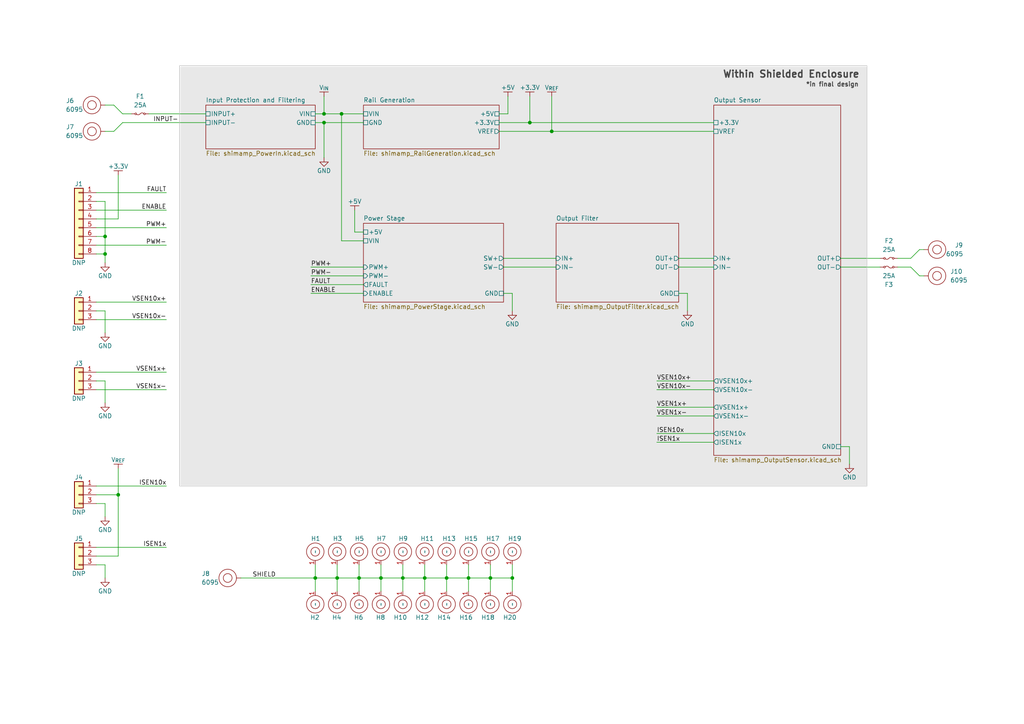
<source format=kicad_sch>
(kicad_sch (version 20230121) (generator eeschema)
  (paper "A4")
  (title_block (title "Shim Amplifier Prototype") (date "2023-08-01") (rev "A.1") (company "Ishaan Govindarajan"))
  (lib_symbols
    (symbol "Connector_Generic:Conn_01x03" (pin_names (offset 1.016) hide)
      (property "Reference" "J" (at 0 5.08 0))
      (property "Value" "Conn_01x03" (at 0 -5.08 0))
      (symbol "Conn_01x03_1_1"
        (rectangle (start -1.27 -2.413) (end 0 -2.667) (stroke (width 0.1524)))
        (rectangle (start -1.27 0.127) (end 0 -0.127) (stroke (width 0.1524)))
        (rectangle (start -1.27 2.667) (end 0 2.413) (stroke (width 0.1524)))
        (rectangle (start -1.27 3.81) (end 1.27 -3.81) (stroke (width 0.254)) (fill (type background)))
        (pin passive line (at -5.08 2.54 0) (length 3.81) (name "Pin_1") (number "1"))
        (pin passive line (at -5.08 0 0) (length 3.81) (name "Pin_2") (number "2"))
        (pin passive line (at -5.08 -2.54 0) (length 3.81) (name "Pin_3") (number "3"))
      )
    )
    (symbol "Connector_Generic:Conn_01x08" (pin_names (offset 1.016) hide)
      (property "Reference" "J" (at 0 10.16 0))
      (property "Value" "Conn_01x08" (at 0 -12.7 0))
      (symbol "Conn_01x08_1_1"
        (rectangle (start -1.27 -10.033) (end 0 -10.287) (stroke (width 0.1524)))
        (rectangle (start -1.27 -7.493) (end 0 -7.747) (stroke (width 0.1524)))
        (rectangle (start -1.27 -4.953) (end 0 -5.207) (stroke (width 0.1524)))
        (rectangle (start -1.27 -2.413) (end 0 -2.667) (stroke (width 0.1524)))
        (rectangle (start -1.27 0.127) (end 0 -0.127) (stroke (width 0.1524)))
        (rectangle (start -1.27 2.667) (end 0 2.413) (stroke (width 0.1524)))
        (rectangle (start -1.27 5.207) (end 0 4.953) (stroke (width 0.1524)))
        (rectangle (start -1.27 7.747) (end 0 7.493) (stroke (width 0.1524)))
        (rectangle (start -1.27 8.89) (end 1.27 -11.43) (stroke (width 0.254)) (fill (type background)))
        (pin passive line (at -5.08 7.62 0) (length 3.81) (name "Pin_1") (number "1"))
        (pin passive line (at -5.08 5.08 0) (length 3.81) (name "Pin_2") (number "2"))
        (pin passive line (at -5.08 2.54 0) (length 3.81) (name "Pin_3") (number "3"))
        (pin passive line (at -5.08 0 0) (length 3.81) (name "Pin_4") (number "4"))
        (pin passive line (at -5.08 -2.54 0) (length 3.81) (name "Pin_5") (number "5"))
        (pin passive line (at -5.08 -5.08 0) (length 3.81) (name "Pin_6") (number "6"))
        (pin passive line (at -5.08 -7.62 0) (length 3.81) (name "Pin_7") (number "7"))
        (pin passive line (at -5.08 -10.16 0) (length 3.81) (name "Pin_8") (number "8"))
      )
    )
    (symbol "Custom-CircuitProtection:0685H9250-01" (pin_numbers hide) (pin_names (offset 0.254) hide)
      (property "Reference" "F" (at 0 -1.524 0))
      (property "Value" "25A" (at 0 1.524 0))
      (symbol "0685H9250-01_0_1"
        (circle (center -1.27 0) (radius 0.254))
        (arc (start -1.016 -0.127) (mid -0.4817 -0.2737) (end 0 0))
        (arc (start 1.016 0.127) (mid 0.4818 0.2727) (end 0 0))
        (circle (center 1.27 0) (radius 0.254))
      )
      (symbol "0685H9250-01_1_1"
        (pin passive line (at -2.54 0 0) (length 0.9525) (name "~") (number "1"))
        (pin passive line (at 2.54 0 180) (length 0.9525) (name "~") (number "2"))
      )
    )
    (symbol "Custom-Connector:KEYSTONE-6095"
      (property "Reference" "J" (at -2.54 2.54 0))
      (property "Value" "6095" (at 0 -3.81 0))
      (symbol "KEYSTONE-6095_0_1"
        (circle (center 0 0) (radius 1.27))
        (circle (center 0 0) (radius 2.54))
      )
      (symbol "KEYSTONE-6095_1_1"
        (pin passive line (at -3.81 0 0) (length 1.27) (name "") (number "1"))
      )
    )
    (symbol "Custom-Mechanical:PTH" (in_bom no)
      (property "Reference" "H" (at 0 3.81 0))
      (symbol "PTH_0_1"
        (circle (center 0 0) (radius 1.27))
        (circle (center 0 0) (radius 2.54))
      )
      (symbol "PTH_1_1"
        (pin input line (at 3.81 0 180) (length 1.25) (name "") (number "1"))
      )
    )
    (symbol "Custom-PwrSym:+3.3V" (power) (pin_names (offset 0))
      (property "Value" "+3.3V" (at 0 2.54 0))
      (symbol "+3.3V_0_1"
        (polyline (pts (xy -1.27 1.27) (xy 1.27 1.27)))
        (polyline (pts (xy 0 0) (xy 0 1.27)))
      )
      (symbol "+3.3V_1_1"
        (pin power_in line (at 0 0 90) (length 0) hide (name "+3.3V") (number "1"))
      )
    )
    (symbol "Custom-PwrSym:+5V" (power) (pin_names (offset 0))
      (property "Value" "+5V" (at 0 2.54 0))
      (symbol "+5V_0_1"
        (polyline (pts (xy -1.27 1.27) (xy 1.27 1.27)))
        (polyline (pts (xy 0 0) (xy 0 1.27)))
      )
      (symbol "+5V_1_1"
        (pin power_in line (at 0 0 90) (length 0) hide (name "+5V") (number "1"))
      )
    )
    (symbol "Custom-PwrSym:VIN" (power) (pin_names (offset 0))
      (property "Value" "V_{IN}" (at 0 2.54 0))
      (symbol "VIN_0_1"
        (polyline (pts (xy -1.27 1.27) (xy 1.27 1.27)))
        (polyline (pts (xy 0 0) (xy 0 1.27)))
      )
      (symbol "VIN_1_1"
        (pin power_in line (at 0 0 90) (length 0) hide (name "V_{IN}") (number "1"))
      )
    )
    (symbol "Custom-PwrSym:VREF" (power) (pin_names (offset 0))
      (property "Value" "V_{REF}" (at 0 2.54 0))
      (symbol "VREF_0_1"
        (polyline (pts (xy -1.27 1.27) (xy 1.27 1.27)))
        (polyline (pts (xy 0 0) (xy 0 1.27)))
      )
      (symbol "VREF_1_1"
        (pin power_in line (at 0 0 90) (length 0) hide (name "V_{REF}") (number "1"))
      )
    )
    (symbol "power:GND" (power) (pin_names (offset 0))
      (property "Value" "GND" (at 0 -3.81 0))
      (symbol "GND_0_1"
        (polyline (pts (xy 0 0) (xy 0 -1.27) (xy 1.27 -1.27) (xy 0 -2.54) (xy -1.27 -1.27) (xy 0 -1.27)))
      )
      (symbol "GND_1_1"
        (pin power_in line (at 0 0 270) (length 0) hide (name "GND") (number "1"))
      )
    )
  )
  (junction (at 34.29 143.51))
  (junction (at 30.48 73.66))
  (junction (at 123.19 167.64))
  (junction (at 104.14 167.64))
  (junction (at 99.06 33.02))
  (junction (at 129.54 167.64))
  (junction (at 91.44 167.64))
  (junction (at 148.59 167.64))
  (junction (at 30.48 68.58))
  (junction (at 110.49 167.64))
  (junction (at 135.89 167.64))
  (junction (at 116.84 167.64))
  (junction (at 93.98 33.02))
  (junction (at 160.02 38.1))
  (junction (at 93.98 35.56))
  (junction (at 153.67 35.56))
  (junction (at 142.24 167.64))
  (junction (at 97.79 167.64))
  (wire (pts (xy 243.84 74.93) (xy 255.27 74.93)))
  (wire (pts (xy 196.85 77.47) (xy 207.01 77.47)))
  (wire (pts (xy 34.29 143.51) (xy 34.29 135.89)))
  (wire (pts (xy 91.44 33.02) (xy 93.98 33.02)))
  (wire (pts (xy 33.02 38.1) (xy 35.56 35.56)))
  (wire (pts (xy 144.78 33.02) (xy 147.32 33.02)))
  (wire (pts (xy 146.05 85.09) (xy 148.59 85.09)))
  (wire (pts (xy 97.79 167.64) (xy 97.79 171.45)))
  (wire (pts (xy 27.94 107.95) (xy 48.26 107.95)))
  (wire (pts (xy 199.39 85.09) (xy 199.39 90.17)))
  (wire (pts (xy 160.02 27.94) (xy 160.02 38.1)))
  (wire (pts (xy 196.85 74.93) (xy 207.01 74.93)))
  (wire (pts (xy 99.06 33.02) (xy 105.41 33.02)))
  (wire (pts (xy 110.49 167.64) (xy 116.84 167.64)))
  (wire (pts (xy 260.35 74.93) (xy 264.16 74.93)))
  (wire (pts (xy 30.48 163.83) (xy 30.48 167.64)))
  (wire (pts (xy 207.01 128.27) (xy 190.5 128.27)))
  (wire (pts (xy 153.67 27.94) (xy 153.67 35.56)))
  (wire (pts (xy 27.94 55.88) (xy 48.26 55.88)))
  (wire (pts (xy 30.48 110.49) (xy 30.48 116.84)))
  (wire (pts (xy 93.98 27.94) (xy 93.98 33.02)))
  (wire (pts (xy 27.94 140.97) (xy 48.26 140.97)))
  (wire (pts (xy 35.56 33.02) (xy 38.1 33.02)))
  (wire (pts (xy 196.85 85.09) (xy 199.39 85.09)))
  (wire (pts (xy 105.41 69.85) (xy 99.06 69.85)))
  (wire (pts (xy 104.14 167.64) (xy 110.49 167.64)))
  (wire (pts (xy 99.06 69.85) (xy 99.06 33.02)))
  (wire (pts (xy 123.19 167.64) (xy 129.54 167.64)))
  (wire (pts (xy 266.7 80.01) (xy 267.97 80.01)))
  (wire (pts (xy 91.44 167.64) (xy 97.79 167.64)))
  (wire (pts (xy 135.89 167.64) (xy 135.89 171.45)))
  (wire (pts (xy 160.02 38.1) (xy 207.01 38.1)))
  (wire (pts (xy 207.01 125.73) (xy 190.5 125.73)))
  (wire (pts (xy 207.01 120.65) (xy 190.5 120.65)))
  (wire (pts (xy 104.14 163.83) (xy 104.14 167.64)))
  (wire (pts (xy 135.89 167.64) (xy 142.24 167.64)))
  (wire (pts (xy 129.54 167.64) (xy 135.89 167.64)))
  (wire (pts (xy 27.94 110.49) (xy 30.48 110.49)))
  (wire (pts (xy 27.94 68.58) (xy 30.48 68.58)))
  (wire (pts (xy 27.94 63.5) (xy 34.29 63.5)))
  (wire (pts (xy 91.44 167.64) (xy 91.44 171.45)))
  (wire (pts (xy 146.05 74.93) (xy 161.29 74.93)))
  (wire (pts (xy 135.89 163.83) (xy 135.89 167.64)))
  (wire (pts (xy 30.48 38.1) (xy 33.02 38.1)))
  (wire (pts (xy 27.94 92.71) (xy 48.26 92.71)))
  (wire (pts (xy 27.94 158.75) (xy 48.26 158.75)))
  (wire (pts (xy 27.94 71.12) (xy 48.26 71.12)))
  (wire (pts (xy 116.84 167.64) (xy 123.19 167.64)))
  (wire (pts (xy 30.48 68.58) (xy 30.48 73.66)))
  (wire (pts (xy 97.79 167.64) (xy 104.14 167.64)))
  (wire (pts (xy 243.84 129.54) (xy 246.38 129.54)))
  (wire (pts (xy 153.67 35.56) (xy 207.01 35.56)))
  (wire (pts (xy 123.19 163.83) (xy 123.19 167.64)))
  (wire (pts (xy 30.48 146.05) (xy 30.48 149.86)))
  (wire (pts (xy 147.32 33.02) (xy 147.32 27.94)))
  (wire (pts (xy 35.56 33.02) (xy 33.02 30.48)))
  (wire (pts (xy 116.84 167.64) (xy 116.84 171.45)))
  (wire (pts (xy 93.98 35.56) (xy 105.41 35.56)))
  (wire (pts (xy 93.98 33.02) (xy 99.06 33.02)))
  (wire (pts (xy 90.17 85.09) (xy 105.41 85.09)))
  (wire (pts (xy 27.94 58.42) (xy 30.48 58.42)))
  (wire (pts (xy 91.44 35.56) (xy 93.98 35.56)))
  (wire (pts (xy 102.87 67.31) (xy 105.41 67.31)))
  (wire (pts (xy 93.98 35.56) (xy 93.98 45.72)))
  (wire (pts (xy 207.01 110.49) (xy 190.5 110.49)))
  (wire (pts (xy 110.49 163.83) (xy 110.49 167.64)))
  (wire (pts (xy 142.24 167.64) (xy 148.59 167.64)))
  (wire (pts (xy 267.97 72.39) (xy 266.7 72.39)))
  (wire (pts (xy 142.24 163.83) (xy 142.24 167.64)))
  (wire (pts (xy 129.54 163.83) (xy 129.54 167.64)))
  (wire (pts (xy 104.14 167.64) (xy 104.14 171.45)))
  (wire (pts (xy 27.94 73.66) (xy 30.48 73.66)))
  (wire (pts (xy 27.94 161.29) (xy 34.29 161.29)))
  (wire (pts (xy 144.78 35.56) (xy 153.67 35.56)))
  (wire (pts (xy 260.35 77.47) (xy 264.16 77.47)))
  (wire (pts (xy 27.94 60.96) (xy 48.26 60.96)))
  (wire (pts (xy 110.49 167.64) (xy 110.49 171.45)))
  (wire (pts (xy 34.29 50.8) (xy 34.29 63.5)))
  (wire (pts (xy 30.48 73.66) (xy 30.48 76.2)))
  (wire (pts (xy 142.24 167.64) (xy 142.24 171.45)))
  (wire (pts (xy 207.01 113.03) (xy 190.5 113.03)))
  (wire (pts (xy 97.79 163.83) (xy 97.79 167.64)))
  (wire (pts (xy 129.54 167.64) (xy 129.54 171.45)))
  (wire (pts (xy 264.16 77.47) (xy 266.7 80.01)))
  (wire (pts (xy 264.16 74.93) (xy 266.7 72.39)))
  (wire (pts (xy 91.44 163.83) (xy 91.44 167.64)))
  (wire (pts (xy 148.59 167.64) (xy 148.59 171.45)))
  (wire (pts (xy 35.56 35.56) (xy 59.69 35.56)))
  (wire (pts (xy 90.17 77.47) (xy 105.41 77.47)))
  (wire (pts (xy 30.48 90.17) (xy 30.48 96.52)))
  (wire (pts (xy 27.94 90.17) (xy 30.48 90.17)))
  (wire (pts (xy 69.85 167.64) (xy 91.44 167.64)))
  (wire (pts (xy 90.17 82.55) (xy 105.41 82.55)))
  (wire (pts (xy 243.84 77.47) (xy 255.27 77.47)))
  (wire (pts (xy 27.94 146.05) (xy 30.48 146.05)))
  (wire (pts (xy 34.29 161.29) (xy 34.29 143.51)))
  (wire (pts (xy 146.05 77.47) (xy 161.29 77.47)))
  (wire (pts (xy 246.38 129.54) (xy 246.38 134.62)))
  (wire (pts (xy 148.59 163.83) (xy 148.59 167.64)))
  (wire (pts (xy 27.94 87.63) (xy 48.26 87.63)))
  (wire (pts (xy 90.17 80.01) (xy 105.41 80.01)))
  (wire (pts (xy 102.87 60.96) (xy 102.87 67.31)))
  (wire (pts (xy 27.94 66.04) (xy 48.26 66.04)))
  (wire (pts (xy 123.19 167.64) (xy 123.19 171.45)))
  (wire (pts (xy 207.01 118.11) (xy 190.5 118.11)))
  (wire (pts (xy 43.18 33.02) (xy 59.69 33.02)))
  (wire (pts (xy 27.94 113.03) (xy 48.26 113.03)))
  (wire (pts (xy 30.48 58.42) (xy 30.48 68.58)))
  (wire (pts (xy 27.94 143.51) (xy 34.29 143.51)))
  (wire (pts (xy 116.84 163.83) (xy 116.84 167.64)))
  (wire (pts (xy 27.94 163.83) (xy 30.48 163.83)))
  (wire (pts (xy 144.78 38.1) (xy 160.02 38.1)))
  (wire (pts (xy 148.59 85.09) (xy 148.59 90.17)))
  (wire (pts (xy 30.48 30.48) (xy 33.02 30.48)))
  (rectangle (start 52.07 19.05) (end 251.46 140.97) (stroke (width 0) (color 194 194 194 1)) (fill (type color) (color 232 232 232 1)))
  (text "*in final design" (at 233.68 25.4 0) (effects (font (size 1.27 1.27) (thickness 0.254) bold) (justify left bottom)))
  (text "Within Shielded Enclosure" (at 209.55 22.86 0) (effects (font (size 2 2) (thickness 0.4) bold) (justify left bottom)))
  (label "VSEN10x-" (at 48.26 92.71 180))
  (label "VSEN1x+" (at 48.26 107.95 180))
  (label "ISEN1x" (at 48.26 158.75 180))
  (label "ISEN10x" (at 48.26 140.97 180))
  (label "VSEN10x+" (at 190.5 110.49 0))
  (label "FAULT" (at 48.26 55.88 180))
  (label "ISEN10x" (at 190.5 125.73 0))
  (label "VSEN10x+" (at 48.26 87.63 180))
  (label "VSEN10x-" (at 190.5 113.03 0))
  (label "PWM+" (at 90.17 77.47 0))
  (label "SHIELD" (at 80.01 167.64 180))
  (label "PWM-" (at 90.17 80.01 0))
  (label "VSEN1x+" (at 190.5 118.11 0))
  (label "ENABLE" (at 90.17 85.09 0))
  (label "VSEN1x-" (at 48.26 113.03 180))
  (label "PWM+" (at 48.26 66.04 180))
  (label "INPUT-" (at 44.45 35.56 0))
  (label "FAULT" (at 90.17 82.55 0))
  (label "PWM-" (at 48.26 71.12 180))
  (label "ISEN1x" (at 190.5 128.27 0))
  (label "ENABLE" (at 48.26 60.96 180))
  (label "VSEN1x-" (at 190.5 120.65 0))
  (symbol (lib_id "Connector_Generic:Conn_01x03") (at 22.86 143.51 0) (mirror y) (unit 1)
    (property "Reference" "J4" (at 22.86 138.43 0))
    (property "Value" "DNP" (at 22.86 148.59 0))
    (property "Footprint" "Connector_PinHeader_2.54mm:PinHeader_1x03_P2.54mm_Vertical" (effects hide))
  )
  (symbol (lib_id "Custom-PwrSym:VIN") (at 93.98 27.94 0) (unit 1)
    (property "Reference" "#PWR08" (effects hide))
    (property "Value" "V_{IN}" (at 93.98 25.4 0))
  )
  (symbol (lib_id "Custom-Mechanical:PTH") (at 142.24 160.02 270) (unit 1) (in_bom no)
    (property "Reference" "H17" (at 140.97 156.21 90) (effects (justify left)))
    (property "Value" "~" (at 142.24 160.02 0))
    (property "Footprint" "Custom-Mechanical:MountingHole-3mm_small_annulus" (effects hide))
  )
  (symbol (lib_id "Connector_Generic:Conn_01x03") (at 22.86 90.17 0) (mirror y) (unit 1)
    (property "Reference" "J2" (at 22.86 85.09 0))
    (property "Value" "DNP" (at 22.86 95.25 0))
    (property "Footprint" "Connector_PinHeader_2.54mm:PinHeader_1x03_P2.54mm_Vertical" (effects hide))
  )
  (symbol (lib_id "Custom-Mechanical:PTH") (at 116.84 175.26 90) (unit 1) (in_bom no)
    (property "Reference" "H10" (at 118.11 179.07 90) (effects (justify left)))
    (property "Value" "~" (at 116.84 175.26 0))
    (property "Footprint" "Custom-Mechanical:MountingHole-3mm_small_annulus" (effects hide))
  )
  (symbol (lib_id "power:GND") (at 199.39 90.17 0) (unit 1)
    (property "Reference" "#PWR015" (effects hide))
    (property "Value" "GND" (at 199.39 93.98 0))
  )
  (symbol (lib_id "Custom-PwrSym:+5V") (at 102.87 60.96 0) (unit 1)
    (property "Reference" "#PWR010" (effects hide))
    (property "Value" "+5V" (at 102.87 58.42 0))
  )
  (symbol (lib_id "Custom-Mechanical:PTH") (at 142.24 175.26 90) (unit 1) (in_bom no)
    (property "Reference" "H18" (at 143.51 179.07 90) (effects (justify left)))
    (property "Value" "~" (at 142.24 175.26 0))
    (property "Footprint" "Custom-Mechanical:MountingHole-3mm_small_annulus" (effects hide))
  )
  (symbol (lib_id "Connector_Generic:Conn_01x08") (at 22.86 63.5 0) (mirror y) (unit 1)
    (property "Reference" "J1" (at 22.86 53.34 0))
    (property "Value" "DNP" (at 22.86 76.2 0))
    (property "Footprint" "Connector_PinHeader_2.54mm:PinHeader_1x08_P2.54mm_Vertical" (effects hide))
  )
  (symbol (lib_id "Custom-Mechanical:PTH") (at 104.14 160.02 270) (unit 1) (in_bom no)
    (property "Reference" "H5" (at 102.87 156.21 90) (effects (justify left)))
    (property "Value" "~" (at 104.14 160.02 0))
    (property "Footprint" "Custom-Mechanical:MountingHole-3mm_small_annulus" (effects hide))
  )
  (symbol (lib_id "Custom-Connector:KEYSTONE-6095") (at 26.67 38.1 0) (mirror y) (unit 1)
    (property "Reference" "J7" (at 20.32 36.83 0))
    (property "Value" "6095" (at 21.59 39.37 0))
    (property "Footprint" "Custom-Electromechanical:Keystone 6095" (effects hide))
    (property "Datasheet" "https://www.keyelco.com/userAssets/file/M65p111.pdf" (effects hide))
    (property "Manufacturer" "Keystone Electronics" (effects hide))
    (property "Part Number" "6095" (effects hide))
  )
  (symbol (lib_id "Custom-PwrSym:+3.3V") (at 34.29 50.8 0) (unit 1)
    (property "Reference" "#PWR06" (effects hide))
    (property "Value" "+3.3V" (at 34.29 48.26 0))
  )
  (symbol (lib_id "Custom-Mechanical:PTH") (at 129.54 175.26 90) (unit 1) (in_bom no)
    (property "Reference" "H14" (at 130.81 179.07 90) (effects (justify left)))
    (property "Value" "~" (at 129.54 175.26 0))
    (property "Footprint" "Custom-Mechanical:MountingHole-3mm_small_annulus" (effects hide))
  )
  (symbol (lib_id "Custom-PwrSym:+3.3V") (at 153.67 27.94 0) (unit 1)
    (property "Reference" "#PWR013" (effects hide))
    (property "Value" "+3.3V" (at 153.67 25.4 0))
  )
  (symbol (lib_id "power:GND") (at 148.59 90.17 0) (unit 1)
    (property "Reference" "#PWR012" (effects hide))
    (property "Value" "GND" (at 148.59 93.98 0))
  )
  (symbol (lib_id "Custom-CircuitProtection:0685H9250-01") (at 40.64 33.02 0) (unit 1)
    (property "Reference" "F1" (at 40.64 27.94 0))
    (property "Value" "25A" (at 40.64 30.48 0))
    (property "Footprint" "Fuse:Fuse_1206_3216Metric_Pad1.42x1.75mm_HandSolder" (effects hide))
    (property "Datasheet" "https://www.belfuse.com/resources/datasheets/circuitprotection/ds-cp-c1h-series.pdf" (effects hide))
    (property "Manufacturer" "Bel Fuse Inc." (effects hide))
    (property "Part Number" "0685H9250-01" (effects hide))
  )
  (symbol (lib_id "Custom-Mechanical:PTH") (at 91.44 175.26 90) (unit 1) (in_bom no)
    (property "Reference" "H2" (at 92.71 179.07 90) (effects (justify left)))
    (property "Value" "~" (at 91.44 175.26 0))
    (property "Footprint" "Custom-Mechanical:MountingHole-3mm_small_annulus" (effects hide))
  )
  (symbol (lib_id "power:GND") (at 30.48 149.86 0) (unit 1)
    (property "Reference" "#PWR04" (effects hide))
    (property "Value" "GND" (at 30.48 153.67 0))
  )
  (symbol (lib_id "Custom-Connector:KEYSTONE-6095") (at 271.78 72.39 0) (unit 1)
    (property "Reference" "J9" (at 278.13 71.12 0))
    (property "Value" "6095" (at 276.86 73.66 0))
    (property "Footprint" "Custom-Electromechanical:Keystone 6095" (effects hide))
    (property "Datasheet" "https://www.keyelco.com/userAssets/file/M65p111.pdf" (effects hide))
    (property "Manufacturer" "Keystone Electronics" (effects hide))
    (property "Part Number" "6095" (effects hide))
  )
  (symbol (lib_id "Custom-Mechanical:PTH") (at 104.14 175.26 90) (unit 1) (in_bom no)
    (property "Reference" "H6" (at 105.41 179.07 90) (effects (justify left)))
    (property "Value" "~" (at 104.14 175.26 0))
    (property "Footprint" "Custom-Mechanical:MountingHole-3mm_small_annulus" (effects hide))
  )
  (symbol (lib_id "Custom-Mechanical:PTH") (at 123.19 160.02 270) (unit 1) (in_bom no)
    (property "Reference" "H11" (at 121.92 156.21 90) (effects (justify left)))
    (property "Value" "~" (at 123.19 160.02 0))
    (property "Footprint" "Custom-Mechanical:MountingHole-3mm_small_annulus" (effects hide))
  )
  (symbol (lib_id "power:GND") (at 30.48 96.52 0) (unit 1)
    (property "Reference" "#PWR02" (effects hide))
    (property "Value" "GND" (at 30.48 100.33 0))
  )
  (symbol (lib_id "power:GND") (at 246.38 134.62 0) (unit 1)
    (property "Reference" "#PWR016" (effects hide))
    (property "Value" "GND" (at 246.38 138.43 0))
  )
  (symbol (lib_id "Custom-Mechanical:PTH") (at 116.84 160.02 270) (unit 1) (in_bom no)
    (property "Reference" "H9" (at 115.57 156.21 90) (effects (justify left)))
    (property "Value" "~" (at 116.84 160.02 0))
    (property "Footprint" "Custom-Mechanical:MountingHole-3mm_small_annulus" (effects hide))
  )
  (symbol (lib_id "Custom-PwrSym:+5V") (at 147.32 27.94 0) (unit 1)
    (property "Reference" "#PWR011" (effects hide))
    (property "Value" "+5V" (at 147.32 25.4 0))
  )
  (symbol (lib_id "Custom-Connector:KEYSTONE-6095") (at 66.04 167.64 0) (mirror y) (unit 1)
    (property "Reference" "J8" (at 59.69 166.37 0))
    (property "Value" "6095" (at 60.96 168.91 0))
    (property "Footprint" "Custom-Electromechanical:Keystone 6095" (effects hide))
    (property "Datasheet" "https://www.keyelco.com/userAssets/file/M65p111.pdf" (effects hide))
    (property "Manufacturer" "Keystone Electronics" (effects hide))
    (property "Part Number" "6095" (effects hide))
  )
  (symbol (lib_id "Custom-Mechanical:PTH") (at 110.49 175.26 90) (unit 1) (in_bom no)
    (property "Reference" "H8" (at 111.76 179.07 90) (effects (justify left)))
    (property "Value" "~" (at 110.49 175.26 0))
    (property "Footprint" "Custom-Mechanical:MountingHole-3mm_small_annulus" (effects hide))
  )
  (symbol (lib_id "Custom-Connector:KEYSTONE-6095") (at 271.78 80.01 0) (unit 1)
    (property "Reference" "J10" (at 275.59 78.74 0) (effects (justify left)))
    (property "Value" "6095" (at 275.59 81.28 0) (effects (justify left)))
    (property "Footprint" "Custom-Electromechanical:Keystone 6095" (effects hide))
    (property "Datasheet" "https://www.keyelco.com/userAssets/file/M65p111.pdf" (effects hide))
    (property "Manufacturer" "Keystone Electronics" (effects hide))
    (property "Part Number" "6095" (effects hide))
  )
  (symbol (lib_id "Custom-Mechanical:PTH") (at 148.59 160.02 270) (unit 1) (in_bom no)
    (property "Reference" "H19" (at 147.32 156.21 90) (effects (justify left)))
    (property "Value" "~" (at 148.59 160.02 0))
    (property "Footprint" "Custom-Mechanical:MountingHole-3mm_small_annulus" (effects hide))
  )
  (symbol (lib_id "Custom-Mechanical:PTH") (at 110.49 160.02 270) (unit 1) (in_bom no)
    (property "Reference" "H7" (at 109.22 156.21 90) (effects (justify left)))
    (property "Value" "~" (at 110.49 160.02 0))
    (property "Footprint" "Custom-Mechanical:MountingHole-3mm_small_annulus" (effects hide))
  )
  (symbol (lib_id "Custom-Mechanical:PTH") (at 148.59 175.26 90) (unit 1) (in_bom no)
    (property "Reference" "H20" (at 149.86 179.07 90) (effects (justify left)))
    (property "Value" "~" (at 148.59 175.26 0))
    (property "Footprint" "Custom-Mechanical:MountingHole-3mm_small_annulus" (effects hide))
  )
  (symbol (lib_id "Custom-CircuitProtection:0685H9250-01") (at 257.81 74.93 0) (unit 1)
    (property "Reference" "F2" (at 257.81 69.85 0))
    (property "Value" "25A" (at 257.81 72.39 0))
    (property "Footprint" "Fuse:Fuse_1206_3216Metric_Pad1.42x1.75mm_HandSolder" (effects hide))
    (property "Datasheet" "https://www.belfuse.com/resources/datasheets/circuitprotection/ds-cp-c1h-series.pdf" (effects hide))
    (property "Manufacturer" "Bel Fuse Inc." (effects hide))
    (property "Part Number" "0685H9250-01" (effects hide))
  )
  (symbol (lib_id "Custom-Mechanical:PTH") (at 135.89 160.02 270) (unit 1) (in_bom no)
    (property "Reference" "H15" (at 134.62 156.21 90) (effects (justify left)))
    (property "Value" "~" (at 135.89 160.02 0))
    (property "Footprint" "Custom-Mechanical:MountingHole-3mm_small_annulus" (effects hide))
  )
  (symbol (lib_id "Custom-Mechanical:PTH") (at 129.54 160.02 270) (unit 1) (in_bom no)
    (property "Reference" "H13" (at 128.27 156.21 90) (effects (justify left)))
    (property "Value" "~" (at 129.54 160.02 0))
    (property "Footprint" "Custom-Mechanical:MountingHole-3mm_small_annulus" (effects hide))
  )
  (symbol (lib_id "Custom-CircuitProtection:0685H9250-01") (at 257.81 77.47 0) (mirror x) (unit 1)
    (property "Reference" "F3" (at 257.81 82.55 0))
    (property "Value" "25A" (at 257.81 80.01 0))
    (property "Footprint" "Fuse:Fuse_1206_3216Metric_Pad1.42x1.75mm_HandSolder" (effects hide))
    (property "Datasheet" "https://www.belfuse.com/resources/datasheets/circuitprotection/ds-cp-c1h-series.pdf" (effects hide))
    (property "Manufacturer" "Bel Fuse Inc." (effects hide))
    (property "Part Number" "0685H9250-01" (effects hide))
  )
  (symbol (lib_id "Custom-Connector:KEYSTONE-6095") (at 26.67 30.48 0) (mirror y) (unit 1)
    (property "Reference" "J6" (at 20.32 29.21 0))
    (property "Value" "6095" (at 21.59 31.75 0))
    (property "Footprint" "Custom-Electromechanical:Keystone 6095" (effects hide))
    (property "Datasheet" "https://www.keyelco.com/userAssets/file/M65p111.pdf" (effects hide))
    (property "Manufacturer" "Keystone Electronics" (effects hide))
    (property "Part Number" "6095" (effects hide))
  )
  (symbol (lib_id "Custom-Mechanical:PTH") (at 91.44 160.02 270) (unit 1) (in_bom no)
    (property "Reference" "H1" (at 90.17 156.21 90) (effects (justify left)))
    (property "Value" "~" (at 91.44 160.02 0))
    (property "Footprint" "Custom-Mechanical:MountingHole-3mm_small_annulus" (effects hide))
  )
  (symbol (lib_id "Custom-PwrSym:VREF") (at 34.29 135.89 0) (unit 1)
    (property "Reference" "#PWR07" (effects hide))
    (property "Value" "V_{REF}" (at 34.29 133.35 0))
  )
  (symbol (lib_id "power:GND") (at 93.98 45.72 0) (unit 1)
    (property "Reference" "#PWR09" (effects hide))
    (property "Value" "GND" (at 93.98 49.53 0))
  )
  (symbol (lib_id "Custom-Mechanical:PTH") (at 123.19 175.26 90) (unit 1) (in_bom no)
    (property "Reference" "H12" (at 124.46 179.07 90) (effects (justify left)))
    (property "Value" "~" (at 123.19 175.26 0))
    (property "Footprint" "Custom-Mechanical:MountingHole-3mm_small_annulus" (effects hide))
  )
  (symbol (lib_id "Connector_Generic:Conn_01x03") (at 22.86 161.29 0) (mirror y) (unit 1)
    (property "Reference" "J5" (at 22.86 156.21 0))
    (property "Value" "DNP" (at 22.86 166.37 0))
    (property "Footprint" "Connector_PinHeader_2.54mm:PinHeader_1x03_P2.54mm_Vertical" (effects hide))
  )
  (symbol (lib_id "Custom-PwrSym:VREF") (at 160.02 27.94 0) (unit 1)
    (property "Reference" "#PWR014" (effects hide))
    (property "Value" "V_{REF}" (at 160.02 25.4 0))
  )
  (symbol (lib_id "Connector_Generic:Conn_01x03") (at 22.86 110.49 0) (mirror y) (unit 1)
    (property "Reference" "J3" (at 22.86 105.41 0))
    (property "Value" "DNP" (at 22.86 115.57 0))
    (property "Footprint" "Connector_PinHeader_2.54mm:PinHeader_1x03_P2.54mm_Vertical" (effects hide))
  )
  (symbol (lib_id "power:GND") (at 30.48 76.2 0) (unit 1)
    (property "Reference" "#PWR01" (effects hide))
    (property "Value" "GND" (at 30.48 80.01 0))
  )
  (symbol (lib_id "Custom-Mechanical:PTH") (at 135.89 175.26 90) (unit 1) (in_bom no)
    (property "Reference" "H16" (at 137.16 179.07 90) (effects (justify left)))
    (property "Value" "~" (at 135.89 175.26 0))
    (property "Footprint" "Custom-Mechanical:MountingHole-3mm_small_annulus" (effects hide))
  )
  (symbol (lib_id "Custom-Mechanical:PTH") (at 97.79 160.02 270) (unit 1) (in_bom no)
    (property "Reference" "H3" (at 96.52 156.21 90) (effects (justify left)))
    (property "Value" "~" (at 97.79 160.02 0))
    (property "Footprint" "Custom-Mechanical:MountingHole-3mm_small_annulus" (effects hide))
  )
  (symbol (lib_id "Custom-Mechanical:PTH") (at 97.79 175.26 90) (unit 1) (in_bom no)
    (property "Reference" "H4" (at 99.06 179.07 90) (effects (justify left)))
    (property "Value" "~" (at 97.79 175.26 0))
    (property "Footprint" "Custom-Mechanical:MountingHole-3mm_small_annulus" (effects hide))
  )
  (symbol (lib_id "power:GND") (at 30.48 167.64 0) (unit 1)
    (property "Reference" "#PWR05" (effects hide))
    (property "Value" "GND" (at 30.48 171.45 0))
  )
  (symbol (lib_id "power:GND") (at 30.48 116.84 0) (unit 1)
    (property "Reference" "#PWR03" (effects hide))
    (property "Value" "GND" (at 30.48 120.65 0))
  )
  (sheet (at 105.41 64.77) (size 40.64 22.86) (stroke (width 0.1524)) (fill (color 255 255 194 1.0000))
    (property "Sheetname" "Power Stage" (at 105.41 64.0584 0) (effects (justify left bottom)))
    (property "Sheetfile" "shimamp_PowerStage.kicad_sch" (at 105.41 88.2146 0) (effects (justify left top)))
    (pin "ENABLE" input (at 105.41 85.09 180))
    (pin "FAULT" output (at 105.41 82.55 180))
    (pin "PWM-" input (at 105.41 80.01 180))
    (pin "PWM+" input (at 105.41 77.47 180))
    (pin "+5V" passive (at 105.41 67.31 180))
    (pin "VIN" passive (at 105.41 69.85 180))
    (pin "GND" passive (at 146.05 85.09 0))
    (pin "SW-" output (at 146.05 77.47 0))
    (pin "SW+" output (at 146.05 74.93 0))
  )
  (sheet (at 105.41 30.48) (size 39.37 12.7) (stroke (width 0.1524)) (fill (color 255 255 194 1.0000))
    (property "Sheetname" "Rail Generation" (at 105.41 29.7684 0) (effects (justify left bottom)))
    (property "Sheetfile" "shimamp_RailGeneration.kicad_sch" (at 105.41 43.7646 0) (effects (justify left top)))
    (pin "GND" passive (at 105.41 35.56 180))
    (pin "VREF" output (at 144.78 38.1 0))
    (pin "+5V" passive (at 144.78 33.02 0))
    (pin "+3.3V" passive (at 144.78 35.56 0))
    (pin "VIN" passive (at 105.41 33.02 180))
  )
  (sheet (at 207.01 30.48) (size 36.83 101.6) (stroke (width 0.1524)) (fill (color 255 255 194 1.0000))
    (property "Sheetname" "Output Sensor" (at 207.01 29.7684 0) (effects (justify left bottom)))
    (property "Sheetfile" "shimamp_OutputSensor.kicad_sch" (at 207.01 132.6646 0) (effects (justify left top)))
    (pin "+3.3V" passive (at 207.01 35.56 180))
    (pin "GND" passive (at 243.84 129.54 0))
    (pin "IN+" input (at 207.01 74.93 180))
    (pin "IN-" input (at 207.01 77.47 180))
    (pin "OUT+" output (at 243.84 74.93 0))
    (pin "VREF" passive (at 207.01 38.1 180))
    (pin "VSEN1x+" output (at 207.01 118.11 180))
    (pin "VSEN1x-" output (at 207.01 120.65 180))
    (pin "VSEN10x+" output (at 207.01 110.49 180))
    (pin "VSEN10x-" output (at 207.01 113.03 180))
    (pin "ISEN1x" output (at 207.01 128.27 180))
    (pin "ISEN10x" output (at 207.01 125.73 180))
    (pin "OUT-" output (at 243.84 77.47 0))
  )
  (sheet (at 59.69 30.48) (size 31.75 12.7) (stroke (width 0.1524)) (fill (color 255 255 194 1.0000))
    (property "Sheetname" "Input Protection and Filtering" (at 59.69 29.7684 0) (effects (justify left bottom)))
    (property "Sheetfile" "shimamp_PowerIn.kicad_sch" (at 59.69 43.7646 0) (effects (justify left top)))
    (pin "GND" passive (at 91.44 35.56 0))
    (pin "VIN" passive (at 91.44 33.02 0))
    (pin "INPUT-" passive (at 59.69 35.56 180))
    (pin "INPUT+" passive (at 59.69 33.02 180))
  )
  (sheet (at 161.29 64.77) (size 35.56 22.86) (stroke (width 0.1524)) (fill (color 255 255 194 1.0000))
    (property "Sheetname" "Output Filter" (at 161.29 64.0584 0) (effects (justify left bottom)))
    (property "Sheetfile" "shimamp_OutputFilter.kicad_sch" (at 161.29 88.2146 0) (effects (justify left top)))
    (pin "GND" passive (at 196.85 85.09 0))
    (pin "IN-" input (at 161.29 77.47 180))
    (pin "OUT+" output (at 196.85 74.93 0))
    (pin "IN+" input (at 161.29 74.93 180))
    (pin "OUT-" output (at 196.85 77.47 0))
  )
)
</source>
